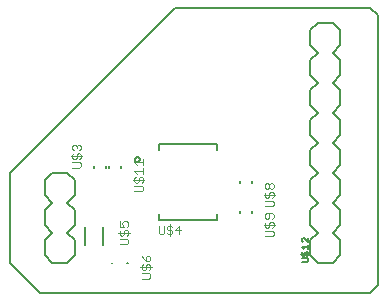
<source format=gto>
G75*
%MOIN*%
%OFA0B0*%
%FSLAX25Y25*%
%IPPOS*%
%LPD*%
%AMOC8*
5,1,8,0,0,1.08239X$1,22.5*
%
%ADD10C,0.00600*%
%ADD11C,0.00800*%
%ADD12C,0.00200*%
%ADD13C,0.00787*%
%ADD14C,0.00300*%
%ADD15C,0.00500*%
D10*
X0011300Y0001300D02*
X0001300Y0011300D01*
X0001300Y0041300D01*
X0056300Y0096300D01*
X0121300Y0096300D01*
X0123800Y0093800D01*
X0123800Y0003800D01*
X0121300Y0001300D01*
X0011300Y0001300D01*
D11*
X0015300Y0011300D02*
X0012800Y0013800D01*
X0012800Y0018800D01*
X0015300Y0021300D01*
X0012800Y0023800D01*
X0012800Y0028800D01*
X0015300Y0031300D01*
X0012800Y0033800D01*
X0012800Y0038800D01*
X0015300Y0041300D01*
X0020300Y0041300D01*
X0022800Y0038800D01*
X0022800Y0033800D01*
X0020300Y0031300D01*
X0022800Y0028800D01*
X0022800Y0023800D01*
X0020300Y0021300D01*
X0022800Y0018800D01*
X0022800Y0013800D01*
X0020300Y0011300D01*
X0015300Y0011300D01*
X0050800Y0025721D02*
X0070091Y0025721D01*
X0070091Y0027690D01*
X0050800Y0027690D02*
X0050800Y0025721D01*
X0042926Y0045800D02*
X0042928Y0045856D01*
X0042934Y0045911D01*
X0042944Y0045965D01*
X0042957Y0046019D01*
X0042975Y0046072D01*
X0042996Y0046123D01*
X0043020Y0046173D01*
X0043048Y0046221D01*
X0043080Y0046267D01*
X0043114Y0046311D01*
X0043152Y0046352D01*
X0043192Y0046390D01*
X0043235Y0046425D01*
X0043280Y0046457D01*
X0043328Y0046486D01*
X0043377Y0046512D01*
X0043428Y0046534D01*
X0043480Y0046552D01*
X0043534Y0046566D01*
X0043589Y0046577D01*
X0043644Y0046584D01*
X0043699Y0046587D01*
X0043755Y0046586D01*
X0043810Y0046581D01*
X0043865Y0046572D01*
X0043919Y0046560D01*
X0043972Y0046543D01*
X0044024Y0046523D01*
X0044074Y0046499D01*
X0044122Y0046472D01*
X0044169Y0046442D01*
X0044213Y0046408D01*
X0044255Y0046371D01*
X0044293Y0046331D01*
X0044330Y0046289D01*
X0044363Y0046244D01*
X0044392Y0046198D01*
X0044419Y0046149D01*
X0044441Y0046098D01*
X0044461Y0046046D01*
X0044476Y0045992D01*
X0044488Y0045938D01*
X0044496Y0045883D01*
X0044500Y0045828D01*
X0044500Y0045772D01*
X0044496Y0045717D01*
X0044488Y0045662D01*
X0044476Y0045608D01*
X0044461Y0045554D01*
X0044441Y0045502D01*
X0044419Y0045451D01*
X0044392Y0045402D01*
X0044363Y0045356D01*
X0044330Y0045311D01*
X0044293Y0045269D01*
X0044255Y0045229D01*
X0044213Y0045192D01*
X0044169Y0045158D01*
X0044122Y0045128D01*
X0044074Y0045101D01*
X0044024Y0045077D01*
X0043972Y0045057D01*
X0043919Y0045040D01*
X0043865Y0045028D01*
X0043810Y0045019D01*
X0043755Y0045014D01*
X0043699Y0045013D01*
X0043644Y0045016D01*
X0043589Y0045023D01*
X0043534Y0045034D01*
X0043480Y0045048D01*
X0043428Y0045066D01*
X0043377Y0045088D01*
X0043328Y0045114D01*
X0043280Y0045143D01*
X0043235Y0045175D01*
X0043192Y0045210D01*
X0043152Y0045248D01*
X0043114Y0045289D01*
X0043080Y0045333D01*
X0043048Y0045379D01*
X0043020Y0045427D01*
X0042996Y0045477D01*
X0042975Y0045528D01*
X0042957Y0045581D01*
X0042944Y0045635D01*
X0042934Y0045689D01*
X0042928Y0045744D01*
X0042926Y0045800D01*
X0050800Y0048950D02*
X0050800Y0050918D01*
X0070091Y0050918D01*
X0070091Y0048950D01*
X0101300Y0048800D02*
X0101300Y0043800D01*
X0103800Y0041300D01*
X0101300Y0038800D01*
X0101300Y0033800D01*
X0103800Y0031300D01*
X0101300Y0028800D01*
X0101300Y0023800D01*
X0103800Y0021300D01*
X0101300Y0018800D01*
X0101300Y0013800D01*
X0103800Y0011300D01*
X0108800Y0011300D01*
X0111300Y0013800D01*
X0111300Y0018800D01*
X0108800Y0021300D01*
X0111300Y0023800D01*
X0111300Y0028800D01*
X0108800Y0031300D01*
X0111300Y0033800D01*
X0111300Y0038800D01*
X0108800Y0041300D01*
X0111300Y0043800D01*
X0111300Y0048800D01*
X0108800Y0051300D01*
X0111300Y0053800D01*
X0111300Y0058800D01*
X0108800Y0061300D01*
X0111300Y0063800D01*
X0111300Y0068800D01*
X0108800Y0071300D01*
X0111300Y0073800D01*
X0111300Y0078800D01*
X0108800Y0081300D01*
X0111300Y0083800D01*
X0111300Y0088800D01*
X0108800Y0091300D01*
X0103800Y0091300D01*
X0101300Y0088800D01*
X0101300Y0083800D01*
X0103800Y0081300D01*
X0101300Y0078800D01*
X0101300Y0073800D01*
X0103800Y0071300D01*
X0101300Y0068800D01*
X0101300Y0063800D01*
X0103800Y0061300D01*
X0101300Y0058800D01*
X0101300Y0053800D01*
X0103800Y0051300D01*
X0101300Y0048800D01*
D12*
X0057712Y0023655D02*
X0057712Y0020853D01*
X0058179Y0022254D02*
X0056311Y0022254D01*
X0057712Y0023655D01*
X0055416Y0023188D02*
X0054949Y0023655D01*
X0054015Y0023655D01*
X0053548Y0023188D01*
X0053548Y0022721D01*
X0054015Y0022254D01*
X0054949Y0022254D01*
X0055416Y0021787D01*
X0055416Y0021320D01*
X0054949Y0020853D01*
X0054015Y0020853D01*
X0053548Y0021320D01*
X0052654Y0021320D02*
X0052654Y0023655D01*
X0054482Y0024122D02*
X0054482Y0020386D01*
X0052654Y0021320D02*
X0052187Y0020853D01*
X0051253Y0020853D01*
X0050786Y0021320D01*
X0050786Y0023655D01*
D13*
X0040450Y0011300D02*
X0040400Y0011300D01*
X0035250Y0011300D02*
X0035200Y0011300D01*
X0032300Y0017300D02*
X0032300Y0023300D01*
X0026300Y0023300D02*
X0026300Y0017300D01*
X0029331Y0042906D02*
X0029331Y0043694D01*
X0033269Y0043694D02*
X0033269Y0042906D01*
X0034331Y0042906D02*
X0034331Y0043694D01*
X0038269Y0043694D02*
X0038269Y0042906D01*
X0077831Y0038694D02*
X0077831Y0037906D01*
X0081769Y0037906D02*
X0081769Y0038694D01*
X0081769Y0028694D02*
X0081769Y0027906D01*
X0077831Y0027906D02*
X0077831Y0028694D01*
D14*
X0086247Y0027409D02*
X0086247Y0026458D01*
X0086722Y0025983D01*
X0087197Y0025983D01*
X0087673Y0026458D01*
X0087673Y0027884D01*
X0088623Y0027884D02*
X0086722Y0027884D01*
X0086247Y0027409D01*
X0088623Y0027884D02*
X0089099Y0027409D01*
X0089099Y0026458D01*
X0088623Y0025983D01*
X0088623Y0024984D02*
X0088148Y0024984D01*
X0087673Y0024508D01*
X0087673Y0023558D01*
X0087197Y0023082D01*
X0086722Y0023082D01*
X0086247Y0023558D01*
X0086247Y0024508D01*
X0086722Y0024984D01*
X0085771Y0024033D02*
X0089574Y0024033D01*
X0089099Y0023558D02*
X0089099Y0024508D01*
X0088623Y0024984D01*
X0089099Y0023558D02*
X0088623Y0023082D01*
X0088623Y0022084D02*
X0086247Y0022084D01*
X0086247Y0020182D02*
X0088623Y0020182D01*
X0089099Y0020658D01*
X0089099Y0021608D01*
X0088623Y0022084D01*
X0088623Y0030182D02*
X0086247Y0030182D01*
X0086247Y0032084D02*
X0088623Y0032084D01*
X0089099Y0031608D01*
X0089099Y0030658D01*
X0088623Y0030182D01*
X0088623Y0033082D02*
X0089099Y0033558D01*
X0089099Y0034508D01*
X0088623Y0034984D01*
X0088148Y0034984D01*
X0087673Y0034508D01*
X0087673Y0033558D01*
X0087197Y0033082D01*
X0086722Y0033082D01*
X0086247Y0033558D01*
X0086247Y0034508D01*
X0086722Y0034984D01*
X0086722Y0035983D02*
X0087197Y0035983D01*
X0087673Y0036458D01*
X0087673Y0037409D01*
X0088148Y0037884D01*
X0088623Y0037884D01*
X0089099Y0037409D01*
X0089099Y0036458D01*
X0088623Y0035983D01*
X0088148Y0035983D01*
X0087673Y0036458D01*
X0087673Y0037409D02*
X0087197Y0037884D01*
X0086722Y0037884D01*
X0086247Y0037409D01*
X0086247Y0036458D01*
X0086722Y0035983D01*
X0085771Y0034033D02*
X0089574Y0034033D01*
X0048000Y0013276D02*
X0048000Y0012326D01*
X0047525Y0011850D01*
X0046574Y0011850D01*
X0046574Y0013276D01*
X0047049Y0013752D01*
X0047525Y0013752D01*
X0048000Y0013276D01*
X0046574Y0011850D02*
X0045623Y0012801D01*
X0045148Y0013752D01*
X0045623Y0010851D02*
X0045148Y0010376D01*
X0045148Y0009425D01*
X0045623Y0008950D01*
X0046099Y0008950D01*
X0046574Y0009425D01*
X0046574Y0010376D01*
X0047049Y0010851D01*
X0047525Y0010851D01*
X0048000Y0010376D01*
X0048000Y0009425D01*
X0047525Y0008950D01*
X0047525Y0007951D02*
X0045148Y0007951D01*
X0047525Y0007951D02*
X0048000Y0007476D01*
X0048000Y0006525D01*
X0047525Y0006050D01*
X0045148Y0006050D01*
X0044673Y0009901D02*
X0048475Y0009901D01*
X0040650Y0017925D02*
X0040175Y0017450D01*
X0037798Y0017450D01*
X0037798Y0019351D02*
X0040175Y0019351D01*
X0040650Y0018876D01*
X0040650Y0017925D01*
X0040175Y0020350D02*
X0040650Y0020825D01*
X0040650Y0021776D01*
X0040175Y0022251D01*
X0039699Y0022251D01*
X0039224Y0021776D01*
X0039224Y0020825D01*
X0038749Y0020350D01*
X0038273Y0020350D01*
X0037798Y0020825D01*
X0037798Y0021776D01*
X0038273Y0022251D01*
X0037798Y0023250D02*
X0039224Y0023250D01*
X0038749Y0024201D01*
X0038749Y0024676D01*
X0039224Y0025152D01*
X0040175Y0025152D01*
X0040650Y0024676D01*
X0040650Y0023726D01*
X0040175Y0023250D01*
X0041125Y0021301D02*
X0037323Y0021301D01*
X0037798Y0023250D02*
X0037798Y0025152D01*
X0042747Y0035182D02*
X0045123Y0035182D01*
X0045599Y0035658D01*
X0045599Y0036608D01*
X0045123Y0037084D01*
X0042747Y0037084D01*
X0043222Y0038082D02*
X0042747Y0038558D01*
X0042747Y0039508D01*
X0043222Y0039984D01*
X0044173Y0039508D02*
X0044173Y0038558D01*
X0043697Y0038082D01*
X0043222Y0038082D01*
X0042271Y0039033D02*
X0046074Y0039033D01*
X0045599Y0038558D02*
X0045599Y0039508D01*
X0045123Y0039984D01*
X0044648Y0039984D01*
X0044173Y0039508D01*
X0043697Y0040983D02*
X0042747Y0041933D01*
X0045599Y0041933D01*
X0045599Y0040983D02*
X0045599Y0042884D01*
X0045599Y0043883D02*
X0045599Y0045784D01*
X0045599Y0044833D02*
X0042747Y0044833D01*
X0043697Y0043883D01*
X0045599Y0038558D02*
X0045123Y0038082D01*
X0025326Y0046868D02*
X0021523Y0046868D01*
X0021999Y0046393D02*
X0021999Y0047344D01*
X0022474Y0047819D01*
X0023425Y0047344D02*
X0023425Y0046393D01*
X0022949Y0045917D01*
X0022474Y0045917D01*
X0021999Y0046393D01*
X0021999Y0044919D02*
X0024375Y0044919D01*
X0024851Y0044443D01*
X0024851Y0043493D01*
X0024375Y0043017D01*
X0021999Y0043017D01*
X0024375Y0045917D02*
X0024851Y0046393D01*
X0024851Y0047344D01*
X0024375Y0047819D01*
X0023900Y0047819D01*
X0023425Y0047344D01*
X0024375Y0048818D02*
X0024851Y0049293D01*
X0024851Y0050244D01*
X0024375Y0050719D01*
X0023900Y0050719D01*
X0023425Y0050244D01*
X0023425Y0049768D01*
X0023425Y0050244D02*
X0022949Y0050719D01*
X0022474Y0050719D01*
X0021999Y0050244D01*
X0021999Y0049293D01*
X0022474Y0048818D01*
D15*
X0098648Y0019130D02*
X0098648Y0018497D01*
X0098965Y0018180D01*
X0098648Y0019130D02*
X0098965Y0019447D01*
X0099282Y0019447D01*
X0100550Y0018180D01*
X0100550Y0019447D01*
X0100550Y0017238D02*
X0100550Y0015970D01*
X0100550Y0016604D02*
X0098648Y0016604D01*
X0099282Y0015970D01*
X0098965Y0015028D02*
X0098648Y0014711D01*
X0098648Y0014077D01*
X0098965Y0013760D01*
X0099282Y0013760D01*
X0099599Y0014077D01*
X0099599Y0014711D01*
X0099916Y0015028D01*
X0100233Y0015028D01*
X0100550Y0014711D01*
X0100550Y0014077D01*
X0100233Y0013760D01*
X0100867Y0014394D02*
X0098331Y0014394D01*
X0098648Y0012818D02*
X0100233Y0012818D01*
X0100550Y0012501D01*
X0100550Y0011867D01*
X0100233Y0011550D01*
X0098648Y0011550D01*
M02*

</source>
